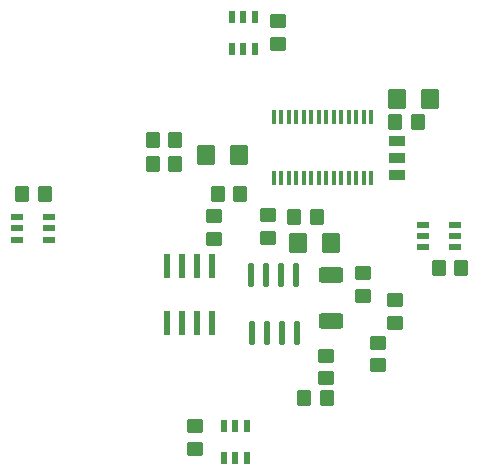
<source format=gbr>
G04 DipTrace 4.1.3.1*
G04 BottomPaste.gbr*
%MOIN*%
G04 #@! TF.FileFunction,Paste,Bot*
G04 #@! TF.Part,Single*
%AMOUTLINE2*
4,1,28,
-0.029528,-0.025855,
-0.029528,0.025855,
-0.029256,0.027916,
-0.028511,0.029716,
-0.027325,0.031262,
-0.025779,0.032448,
-0.023979,0.033193,
-0.021918,0.033465,
0.021918,0.033465,
0.023979,0.033193,
0.025779,0.032448,
0.027325,0.031262,
0.028511,0.029716,
0.029256,0.027916,
0.029528,0.025855,
0.029528,-0.025855,
0.029256,-0.027916,
0.028511,-0.029716,
0.027325,-0.031262,
0.025779,-0.032448,
0.023979,-0.033193,
0.021918,-0.033465,
-0.021918,-0.033465,
-0.023979,-0.033193,
-0.025779,-0.032448,
-0.027325,-0.031262,
-0.028511,-0.029716,
-0.029256,-0.027916,
-0.029528,-0.025855,
0*%
%AMOUTLINE5*
4,1,28,
0.029529,0.025854,
0.029526,-0.025856,
0.029255,-0.027917,
0.028509,-0.029717,
0.027323,-0.031263,
0.025778,-0.032449,
0.023978,-0.033194,
0.021917,-0.033465,
-0.02192,-0.033464,
-0.02398,-0.033192,
-0.02578,-0.032447,
-0.027326,-0.03126,
-0.028512,-0.029715,
-0.029257,-0.027915,
-0.029529,-0.025854,
-0.029526,0.025856,
-0.029255,0.027917,
-0.028509,0.029717,
-0.027323,0.031263,
-0.025778,0.032449,
-0.023978,0.033194,
-0.021917,0.033465,
0.02192,0.033464,
0.02398,0.033192,
0.02578,0.032447,
0.027326,0.03126,
0.028512,0.029715,
0.029257,0.027915,
0.029529,0.025854,
0*%
%AMOUTLINE8*
4,1,28,
0.029526,0.025857,
0.029529,-0.025854,
0.029257,-0.027915,
0.028512,-0.029715,
0.027326,-0.03126,
0.02578,-0.032447,
0.02398,-0.033192,
0.02192,-0.033464,
-0.021917,-0.033466,
-0.023977,-0.033194,
-0.025777,-0.032449,
-0.027323,-0.031263,
-0.028509,-0.029717,
-0.029255,-0.027917,
-0.029526,-0.025857,
-0.029529,0.025854,
-0.029257,0.027915,
-0.028512,0.029715,
-0.027326,0.03126,
-0.02578,0.032447,
-0.02398,0.033192,
-0.02192,0.033464,
0.021917,0.033466,
0.023977,0.033194,
0.025777,0.032449,
0.027323,0.031263,
0.028509,0.029717,
0.029255,0.027917,
0.029526,0.025857,
0*%
%AMOUTLINE11*
4,1,28,
0.023622,0.019674,
0.023622,-0.019674,
0.023341,-0.021806,
0.022568,-0.023673,
0.021338,-0.025275,
0.019736,-0.026505,
0.017869,-0.027278,
0.015737,-0.027559,
-0.015737,-0.027559,
-0.017869,-0.027278,
-0.019736,-0.026505,
-0.021338,-0.025275,
-0.022568,-0.023673,
-0.023341,-0.021806,
-0.023622,-0.019674,
-0.023622,0.019674,
-0.023341,0.021806,
-0.022568,0.023673,
-0.021338,0.025275,
-0.019736,0.026505,
-0.017869,0.027278,
-0.015737,0.027559,
0.015737,0.027559,
0.017869,0.027278,
0.019736,0.026505,
0.021338,0.025275,
0.022568,0.023673,
0.023341,0.021806,
0.023622,0.019674,
0*%
%AMOUTLINE14*
4,1,28,
-0.023622,-0.019674,
-0.023622,0.019674,
-0.023341,0.021806,
-0.022568,0.023673,
-0.021338,0.025275,
-0.019736,0.026505,
-0.017869,0.027278,
-0.015737,0.027559,
0.015737,0.027559,
0.017869,0.027278,
0.019736,0.026505,
0.021338,0.025275,
0.022568,0.023673,
0.023341,0.021806,
0.023622,0.019674,
0.023622,-0.019674,
0.023341,-0.021806,
0.022568,-0.023673,
0.021338,-0.025275,
0.019736,-0.026505,
0.017869,-0.027278,
0.015737,-0.027559,
-0.015737,-0.027559,
-0.017869,-0.027278,
-0.019736,-0.026505,
-0.021338,-0.025275,
-0.022568,-0.023673,
-0.023341,-0.021806,
-0.023622,-0.019674,
0*%
%AMOUTLINE18*
4,1,28,
0.019675,-0.023621,
-0.019673,-0.023623,
-0.021805,-0.023342,
-0.023672,-0.022569,
-0.025275,-0.021339,
-0.026504,-0.019737,
-0.027278,-0.01787,
-0.027558,-0.015738,
-0.02756,0.015736,
-0.027279,0.017868,
-0.026506,0.019735,
-0.025276,0.021337,
-0.023674,0.022567,
-0.021807,0.02334,
-0.019675,0.023621,
0.019673,0.023623,
0.021805,0.023342,
0.023672,0.022569,
0.025275,0.021339,
0.026504,0.019737,
0.027278,0.01787,
0.027558,0.015738,
0.02756,-0.015736,
0.027279,-0.017868,
0.026506,-0.019735,
0.025276,-0.021337,
0.023674,-0.022567,
0.021807,-0.02334,
0.019675,-0.023621,
0*%
%AMOUTLINE21*
4,1,28,
-0.019674,0.023622,
0.019674,0.023622,
0.021806,0.023341,
0.023673,0.022568,
0.025275,0.021338,
0.026505,0.019736,
0.027278,0.017869,
0.027559,0.015737,
0.027559,-0.015737,
0.027278,-0.017869,
0.026505,-0.019736,
0.025275,-0.021338,
0.023673,-0.022568,
0.021806,-0.023341,
0.019674,-0.023622,
-0.019674,-0.023622,
-0.021806,-0.023341,
-0.023673,-0.022568,
-0.025275,-0.021338,
-0.026505,-0.019736,
-0.027278,-0.017869,
-0.027559,-0.015737,
-0.027559,0.015737,
-0.027278,0.017869,
-0.026505,0.019736,
-0.025275,0.021338,
-0.023673,0.022568,
-0.021806,0.023341,
-0.019674,0.023622,
0*%
%AMOUTLINE27*
4,1,28,
-0.03937,-0.018061,
-0.03937,0.018059,
-0.039102,0.0201,
-0.038364,0.021881,
-0.037191,0.02341,
-0.035661,0.024584,
-0.03388,0.025321,
-0.03184,0.02559,
0.031839,0.025591,
0.033879,0.025323,
0.03566,0.024585,
0.03719,0.023411,
0.038363,0.021882,
0.039101,0.020101,
0.03937,0.018061,
0.03937,-0.018059,
0.039102,-0.0201,
0.038364,-0.021881,
0.037191,-0.02341,
0.035661,-0.024584,
0.03388,-0.025321,
0.03184,-0.02559,
-0.031839,-0.025591,
-0.033879,-0.025323,
-0.03566,-0.024585,
-0.03719,-0.023411,
-0.038363,-0.021882,
-0.039101,-0.020101,
-0.03937,-0.018061,
0*%
%AMOUTLINE30*
4,1,28,
0.021918,-0.017717,
-0.021919,-0.017716,
-0.02347,-0.017512,
-0.024795,-0.016963,
-0.025933,-0.016089,
-0.026806,-0.014951,
-0.027355,-0.013626,
-0.027559,-0.012075,
-0.027559,0.012077,
-0.027354,0.013628,
-0.026805,0.014953,
-0.025932,0.016091,
-0.024794,0.016964,
-0.023469,0.017513,
-0.021918,0.017717,
0.021919,0.017716,
0.02347,0.017512,
0.024795,0.016963,
0.025933,0.016089,
0.026806,0.014951,
0.027355,0.013626,
0.027559,0.012075,
0.027559,-0.012077,
0.027354,-0.013628,
0.026805,-0.014953,
0.025932,-0.016091,
0.024794,-0.016964,
0.023469,-0.017513,
0.021918,-0.017717,
0*%
%AMOUTLINE32*
4,1,28,
0.023621,0.019676,
0.023623,-0.019673,
0.023343,-0.021805,
0.02257,-0.023671,
0.02134,-0.025274,
0.019737,-0.026504,
0.017871,-0.027277,
0.015739,-0.027558,
-0.015735,-0.02756,
-0.017868,-0.027279,
-0.019734,-0.026506,
-0.021337,-0.025277,
-0.022567,-0.023674,
-0.02334,-0.021808,
-0.023621,-0.019676,
-0.023623,0.019673,
-0.023343,0.021805,
-0.02257,0.023671,
-0.02134,0.025274,
-0.019737,0.026504,
-0.017871,0.027277,
-0.015739,0.027558,
0.015735,0.02756,
0.017868,0.027279,
0.019734,0.026506,
0.021337,0.025277,
0.022567,0.023674,
0.02334,0.021808,
0.023621,0.019676,
0*%
%AMOUTLINE35*
4,1,28,
-0.02362,-0.019676,
-0.023624,0.019672,
-0.023343,0.021804,
-0.02257,0.023671,
-0.02134,0.025274,
-0.019738,0.026504,
-0.017871,0.027277,
-0.015739,0.027558,
0.015735,0.02756,
0.017867,0.02728,
0.019733,0.026507,
0.021336,0.025277,
0.022566,0.023674,
0.02334,0.021808,
0.02362,0.019676,
0.023624,-0.019672,
0.023343,-0.021804,
0.02257,-0.023671,
0.02134,-0.025274,
0.019738,-0.026504,
0.017871,-0.027277,
0.015739,-0.027558,
-0.015735,-0.02756,
-0.017867,-0.02728,
-0.019733,-0.026507,
-0.021336,-0.025277,
-0.022566,-0.023674,
-0.02334,-0.021808,
-0.02362,-0.019676,
0*%
%AMOUTLINE38*
4,1,28,
0.006368,-0.038976,
-0.006366,-0.038977,
-0.007612,-0.038813,
-0.008652,-0.038382,
-0.009545,-0.037696,
-0.010231,-0.036803,
-0.010662,-0.035762,
-0.010826,-0.034517,
-0.010828,0.034516,
-0.010664,0.035762,
-0.010233,0.036802,
-0.009547,0.037696,
-0.008654,0.038381,
-0.007613,0.038812,
-0.006368,0.038976,
0.006366,0.038977,
0.007612,0.038813,
0.008652,0.038382,
0.009545,0.037696,
0.010231,0.036803,
0.010662,0.035762,
0.010826,0.034517,
0.010828,-0.034516,
0.010664,-0.035762,
0.010233,-0.036802,
0.009547,-0.037696,
0.008654,-0.038381,
0.007613,-0.038812,
0.006368,-0.038976,
0*%
%AMOUTLINE41*
4,1,28,
-0.006368,0.038976,
0.006366,0.038977,
0.007612,0.038813,
0.008652,0.038382,
0.009545,0.037696,
0.010231,0.036803,
0.010662,0.035762,
0.010826,0.034517,
0.010828,-0.034516,
0.010664,-0.035762,
0.010233,-0.036802,
0.009547,-0.037696,
0.008654,-0.038381,
0.007613,-0.038812,
0.006368,-0.038976,
-0.006366,-0.038977,
-0.007612,-0.038813,
-0.008652,-0.038382,
-0.009545,-0.037696,
-0.010231,-0.036803,
-0.010662,-0.035762,
-0.010826,-0.034517,
-0.010828,0.034516,
-0.010664,0.035762,
-0.010233,0.036802,
-0.009547,0.037696,
-0.008654,0.038381,
-0.007613,0.038812,
-0.006368,0.038976,
0*%
%AMOUTLINE44*
4,1,28,
0.003612,-0.024803,
-0.00361,-0.024803,
-0.004142,-0.024733,
-0.004518,-0.024578,
-0.004841,-0.02433,
-0.005088,-0.024007,
-0.005244,-0.023632,
-0.005314,-0.0231,
-0.005316,0.023099,
-0.005246,0.023631,
-0.00509,0.024007,
-0.004843,0.02433,
-0.00452,0.024577,
-0.004144,0.024733,
-0.003612,0.024803,
0.00361,0.024803,
0.004142,0.024733,
0.004518,0.024578,
0.004841,0.02433,
0.005088,0.024007,
0.005244,0.023632,
0.005314,0.0231,
0.005316,-0.023099,
0.005246,-0.023631,
0.00509,-0.024007,
0.004843,-0.02433,
0.00452,-0.024577,
0.004144,-0.024733,
0.003612,-0.024803,
0*%
%AMOUTLINE47*
4,1,28,
-0.003612,0.024803,
0.00361,0.024803,
0.004142,0.024733,
0.004518,0.024578,
0.004841,0.02433,
0.005088,0.024007,
0.005244,0.023632,
0.005314,0.0231,
0.005316,-0.023099,
0.005246,-0.023631,
0.00509,-0.024007,
0.004843,-0.02433,
0.00452,-0.024577,
0.004144,-0.024733,
0.003612,-0.024803,
-0.00361,-0.024803,
-0.004142,-0.024733,
-0.004518,-0.024578,
-0.004841,-0.02433,
-0.005088,-0.024007,
-0.005244,-0.023632,
-0.005314,-0.0231,
-0.005316,0.023099,
-0.005246,0.023631,
-0.00509,0.024007,
-0.004843,0.02433,
-0.00452,0.024577,
-0.004144,0.024733,
-0.003612,0.024803,
0*%
%AMOUTLINE50*
4,1,28,
-0.006171,0.038779,
0.006169,0.03878,
0.007516,0.038602,
0.008652,0.038132,
0.009627,0.037384,
0.010375,0.036409,
0.010845,0.035274,
0.011023,0.033926,
0.011025,-0.033926,
0.010847,-0.035273,
0.010377,-0.036409,
0.009629,-0.037383,
0.008654,-0.038132,
0.007519,-0.038602,
0.006171,-0.038779,
-0.006169,-0.03878,
-0.007516,-0.038602,
-0.008652,-0.038132,
-0.009627,-0.037384,
-0.010375,-0.036409,
-0.010845,-0.035274,
-0.011023,-0.033926,
-0.011025,0.033926,
-0.010847,0.035273,
-0.010377,0.036409,
-0.009629,0.037383,
-0.008654,0.038132,
-0.007519,0.038602,
-0.006171,0.038779,
0*%
%AMOUTLINE53*
4,1,28,
0.006171,-0.038779,
-0.006169,-0.03878,
-0.007516,-0.038602,
-0.008652,-0.038132,
-0.009627,-0.037384,
-0.010375,-0.036409,
-0.010845,-0.035274,
-0.011023,-0.033926,
-0.011025,0.033926,
-0.010847,0.035273,
-0.010377,0.036409,
-0.009629,0.037383,
-0.008654,0.038132,
-0.007519,0.038602,
-0.006171,0.038779,
0.006169,0.03878,
0.007516,0.038602,
0.008652,0.038132,
0.009627,0.037384,
0.010375,0.036409,
0.010845,0.035274,
0.011023,0.033926,
0.011025,-0.033926,
0.010847,-0.035273,
0.010377,-0.036409,
0.009629,-0.037383,
0.008654,-0.038132,
0.007519,-0.038602,
0.006171,-0.038779,
0*%
%AMOUTLINE56*
4,1,4,
-0.009842,0.019685,
0.009843,0.019685,
0.009842,-0.019685,
-0.009843,-0.019685,
-0.009842,0.019685,
0*%
%ADD47R,0.019685X0.03937*%
%ADD49R,0.03937X0.019685*%
%ADD64OUTLINE2*%
%ADD67OUTLINE5*%
%ADD70OUTLINE8*%
%ADD73OUTLINE11*%
%ADD76OUTLINE14*%
%ADD80OUTLINE18*%
%ADD83OUTLINE21*%
%ADD89OUTLINE27*%
%ADD92OUTLINE30*%
%ADD94OUTLINE32*%
%ADD97OUTLINE35*%
%ADD100OUTLINE38*%
%ADD103OUTLINE41*%
%ADD106OUTLINE44*%
%ADD109OUTLINE47*%
%ADD112OUTLINE50*%
%ADD115OUTLINE53*%
%ADD118OUTLINE56*%
%FSLAX26Y26*%
G04*
G70*
G90*
G75*
G01*
G04 BotPaste*
%LPD*%
D64*
X1813567Y1735508D3*
X1923803D3*
D67*
X1595306Y1252583D3*
X1485070Y1252588D3*
D70*
X1288168Y1546341D3*
X1177932Y1546336D3*
D73*
X1075419Y1517399D3*
X1000615D3*
X1075419Y1597605D3*
X1000615D3*
D76*
X1953871Y1170243D3*
X2028675D3*
D73*
X639399Y1417965D3*
X564596Y1417961D3*
D80*
X1418623Y1917791D3*
X1418620Y1992594D3*
D83*
X1140713Y642722D3*
Y567919D3*
D89*
X1593626Y1148495D3*
X1593629Y994957D3*
D92*
X1814420Y1479163D3*
X1814421Y1536249D3*
X1814423Y1593336D3*
D76*
X1809238Y1656175D3*
X1884041D3*
D80*
X1701490Y1078034D3*
Y1152837D3*
D94*
X1291790Y1416082D3*
X1216987Y1416078D3*
D97*
X1472693Y1341661D3*
X1547496Y1341667D3*
D83*
X1384024Y1345605D3*
Y1270802D3*
D80*
X1205260Y1268159D3*
X1205257Y1342962D3*
D83*
X1751045Y921841D3*
Y847038D3*
X1807983Y1063157D3*
Y988354D3*
X1576138Y878816D3*
X1576140Y804013D3*
D97*
X1505274Y736680D3*
X1580077Y736685D3*
D100*
X1046117Y1177222D3*
X1096117Y1177223D3*
X1146117Y1177224D3*
X1196117Y1177225D3*
D103*
X1196122Y986280D3*
X1146122Y986279D3*
X1096122Y986278D3*
X1046122Y986277D3*
D106*
X1403469Y1673335D3*
X1428469Y1673336D3*
X1453469Y1673337D3*
X1478469Y1673338D3*
X1503469Y1673339D3*
X1528469Y1673340D3*
X1553469Y1673341D3*
X1578469Y1673342D3*
X1603469Y1673343D3*
X1628469Y1673344D3*
X1653469D3*
X1678469Y1673345D3*
X1703469Y1673346D3*
X1728469Y1673347D3*
D109*
X1728476Y1469804D3*
X1703476Y1469803D3*
X1678476Y1469802D3*
X1653476Y1469801D3*
X1628476Y1469800D3*
X1603476Y1469799D3*
X1578476Y1469798D3*
X1553476Y1469797D3*
X1528476D3*
X1503476Y1469796D3*
X1478476Y1469795D3*
X1453476Y1469794D3*
X1428476Y1469793D3*
X1403476Y1469792D3*
D112*
X1479395Y954901D3*
X1429395Y954900D3*
X1379395Y954898D3*
X1329395Y954897D3*
D115*
X1329390Y1145842D3*
X1379390Y1145843D3*
X1429390Y1145844D3*
X1479390Y1145846D3*
D49*
X1901103Y1239194D3*
X1901102Y1276595D3*
X1901101Y1313997D3*
X2007400Y1314001D3*
X2007401Y1276599D3*
X2007403Y1239198D3*
X655146Y1340198D3*
X655147Y1302797D3*
X655148Y1265395D3*
X548849Y1265392D3*
X548848Y1302794D3*
X548847Y1340195D3*
D47*
X1339544Y1900755D3*
X1302143Y1900753D3*
X1264741Y1900752D3*
X1264737Y2007051D3*
X1302138Y2007052D3*
X1339540Y2007054D3*
D118*
X1238429Y644253D3*
X1275831Y644252D3*
X1313232Y644251D3*
X1313230Y537952D3*
X1275828Y537953D3*
X1238427D3*
M02*

</source>
